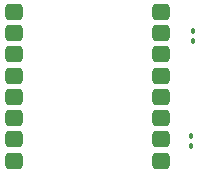
<source format=gbr>
%TF.GenerationSoftware,KiCad,Pcbnew,(6.0.10-0)*%
%TF.CreationDate,2023-02-01T22:05:35-08:00*%
%TF.ProjectId,DRF1268T,44524631-3236-4385-942e-6b696361645f,rev?*%
%TF.SameCoordinates,Original*%
%TF.FileFunction,Paste,Top*%
%TF.FilePolarity,Positive*%
%FSLAX46Y46*%
G04 Gerber Fmt 4.6, Leading zero omitted, Abs format (unit mm)*
G04 Created by KiCad (PCBNEW (6.0.10-0)) date 2023-02-01 22:05:35*
%MOMM*%
%LPD*%
G01*
G04 APERTURE LIST*
G04 Aperture macros list*
%AMRoundRect*
0 Rectangle with rounded corners*
0 $1 Rounding radius*
0 $2 $3 $4 $5 $6 $7 $8 $9 X,Y pos of 4 corners*
0 Add a 4 corners polygon primitive as box body*
4,1,4,$2,$3,$4,$5,$6,$7,$8,$9,$2,$3,0*
0 Add four circle primitives for the rounded corners*
1,1,$1+$1,$2,$3*
1,1,$1+$1,$4,$5*
1,1,$1+$1,$6,$7*
1,1,$1+$1,$8,$9*
0 Add four rect primitives between the rounded corners*
20,1,$1+$1,$2,$3,$4,$5,0*
20,1,$1+$1,$4,$5,$6,$7,0*
20,1,$1+$1,$6,$7,$8,$9,0*
20,1,$1+$1,$8,$9,$2,$3,0*%
G04 Aperture macros list end*
%ADD10RoundRect,0.090000X0.090000X-0.139000X0.090000X0.139000X-0.090000X0.139000X-0.090000X-0.139000X0*%
%ADD11RoundRect,0.350000X-0.395000X-0.350000X0.395000X-0.350000X0.395000X0.350000X-0.395000X0.350000X0*%
G04 APERTURE END LIST*
D10*
%TO.C,C2*%
X168275000Y-108964750D03*
X168275000Y-109829750D03*
%TD*%
%TO.C,C1*%
X168148000Y-117804500D03*
X168148000Y-118669500D03*
%TD*%
D11*
%TO.C,R1*%
X153098000Y-107318000D03*
X153098000Y-109118000D03*
X153098000Y-110918000D03*
X153098000Y-112718000D03*
X153098000Y-114518000D03*
X153098000Y-116318000D03*
X153098000Y-118118000D03*
X153098000Y-119918000D03*
X165608000Y-119918000D03*
X165608000Y-118118000D03*
X165608000Y-116318000D03*
X165608000Y-114518000D03*
X165608000Y-112718000D03*
X165608000Y-110918000D03*
X165608000Y-109118000D03*
X165608000Y-107318000D03*
%TD*%
M02*

</source>
